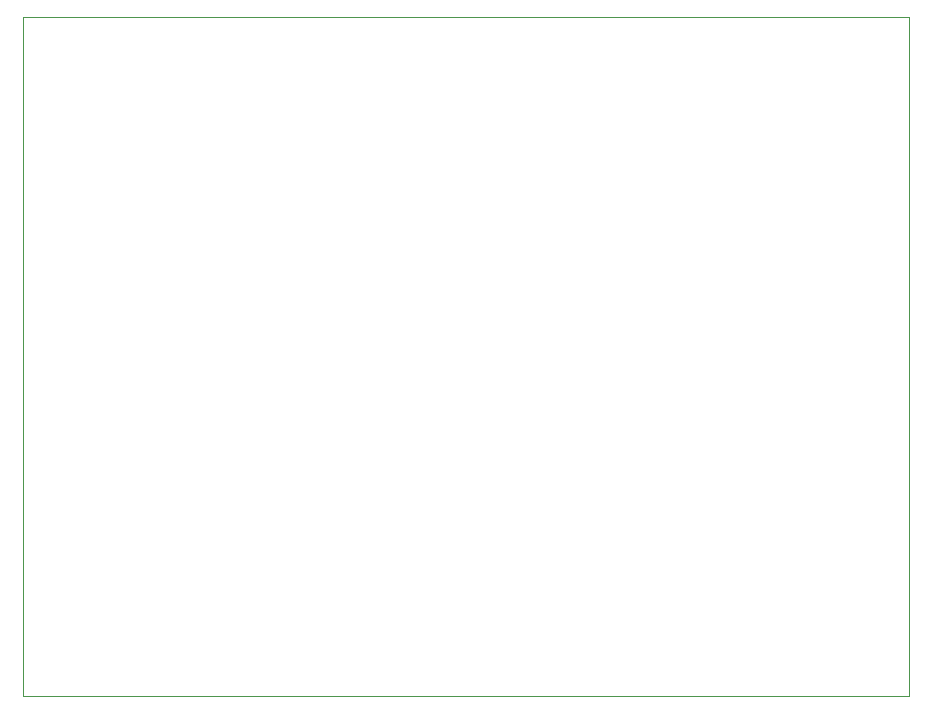
<source format=gbo>
%FSLAX25Y25*%
%MOIN*%
G70*
G01*
G75*
G04 Layer_Color=32896*
%ADD10R,0.05906X0.04921*%
%ADD11R,0.04921X0.05906*%
%ADD12R,0.03740X0.03347*%
%ADD13O,0.01102X0.05906*%
%ADD14O,0.05906X0.01102*%
%ADD15R,0.13583X0.13583*%
%ADD16R,0.02362X0.04134*%
%ADD17C,0.00787*%
%ADD18C,0.01575*%
%ADD19C,0.00394*%
%ADD20C,0.08661*%
%ADD21C,0.05906*%
%ADD22R,0.05906X0.05906*%
%ADD23C,0.19685*%
%ADD24C,0.09843*%
%ADD25R,0.09843X0.09843*%
%ADD26C,0.02756*%
%ADD27C,0.03937*%
%ADD28C,0.00984*%
%ADD29C,0.00488*%
%ADD30C,0.00325*%
%ADD31C,0.01000*%
%ADD32C,0.00650*%
%ADD33C,0.00591*%
%ADD34R,0.06299X0.05315*%
%ADD35R,0.05315X0.06299*%
%ADD36R,0.04291X0.03898*%
%ADD37O,0.01654X0.06457*%
%ADD38O,0.06457X0.01654*%
%ADD39R,0.13976X0.13976*%
%ADD40R,0.02756X0.04528*%
%ADD41C,0.09055*%
%ADD42C,0.06299*%
%ADD43R,0.06299X0.06299*%
%ADD44C,0.20236*%
%ADD45C,0.10236*%
%ADD46R,0.10236X0.10236*%
%ADD47C,0.03150*%
D19*
X-147638Y-127953D02*
Y98425D01*
X147638D01*
Y-127953D02*
Y98425D01*
X-147638Y-127953D02*
X147638D01*
M02*

</source>
